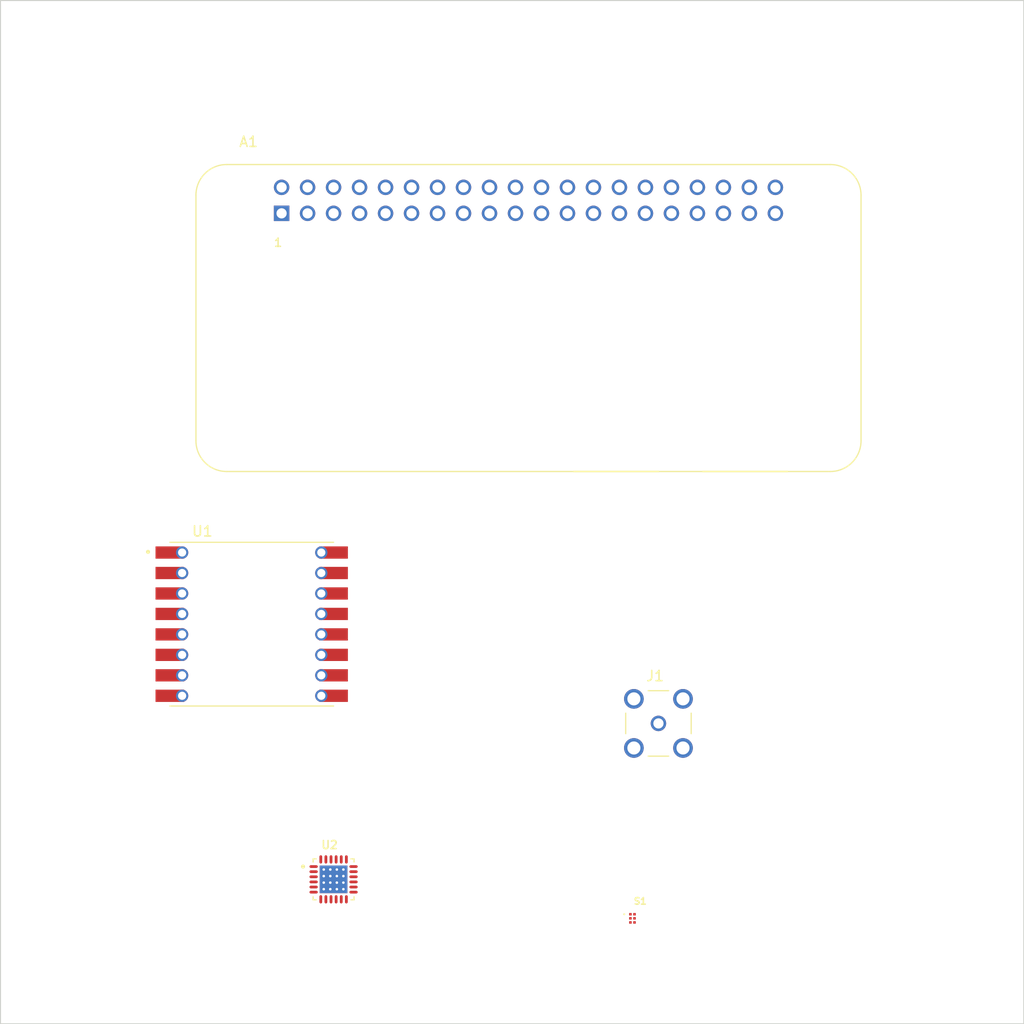
<source format=kicad_pcb>
(kicad_pcb (version 20211014) (generator pcbnew)
  (layers (0 "F.Cu" mixed) (1 "In1.Cu" power) (2 "In2.Cu" power) (31 "B.Cu" power) (34 "B.Paste" user) (35 "F.Paste" user) (36 "B.SilkS" user "B.Silkscreen") (37 "F.SilkS" user "F.Silkscreen") (38 "B.Mask" user) (39 "F.Mask" user) (44 "Edge.Cuts" user))
  (net 0 "")
  (net 1 "+3.3V")
  (net 2 "+5V")
  (net 5 "GND")
  (net 20 "RST")
  (net 21 "CS")
  (net 22 "SCLK")
  (net 23 "MISO")
  (net 24 "MOSI")
  (net 25 "ANT")
  (net 26 "RF")
  (net 27 "SWCH")
  (net 28 "AMP")
  (net 29 "DIO0")
  (net 30 "DIO1")
  (net 31 "DIO3")
  (net 32 "DIO2")
  (net 33 "DIO4")
  (net 34 "DIO5")
  (net 35 "Net-(U2-Pad10)")
  (net 37 "Net-(U2-Pad4)")
  (net 38 "Net-(U2-Pad14)")
  (net 40 "Net-(U2-Pad25)")
  (footprint "RFM98W-433S2:XCVR_RFM98W-433S2" (layer "F.Cu") (at 74.55 110.95)
    (fp_text reference "U1" (at -4.825 -9.075) (layer "F.SilkS"))
    (fp_text value "RFM98W")
    (fp_line (start 8 8) (end -8 8) (layer "F.SilkS") (width 0.127))
    (fp_line (start -8 -8) (end 8 -8) (layer "F.SilkS") (width 0.127))
    (fp_circle (center -10.135 -7.065) (end -10.035 -7.065) (layer "F.SilkS") (width 0.2) (fill none))
    (pad "1" smd rect locked (at -8 -7) (size 2.8 1.2) (layers "F.Cu" "F.Paste" "F.Mask") (net 5 "GND"))
    (pad "1_1" thru_hole circle locked (at -6.8 -7) (size 1.2 1.2) (drill 0.8) (layers *.Cu *.Mask))
    (pad "2" smd rect locked (at -8 -5) (size 2.8 1.2) (layers "F.Cu" "F.Paste" "F.Mask") (net 23 "MISO"))
    (pad "2_1" thru_hole circle locked (at -6.8 -5) (size 1.2 1.2) (drill 0.8) (layers *.Cu *.Mask))
    (pad "3" smd rect locked (at -8 -3) (size 2.8 1.2) (layers "F.Cu" "F.Paste" "F.Mask") (net 24 "MOSI"))
    (pad "3_1" thru_hole circle locked (at -6.8 -3) (size 1.2 1.2) (drill 0.8) (layers *.Cu *.Mask))
    (pad "4" smd rect locked (at -8 -1) (size 2.8 1.2) (layers "F.Cu" "F.Paste" "F.Mask") (net 22 "SCLK"))
    (pad "4_1" thru_hole circle locked (at -6.8 -1) (size 1.2 1.2) (drill 0.8) (layers *.Cu *.Mask))
    (pad "5" smd rect locked (at -8 1) (size 2.8 1.2) (layers "F.Cu" "F.Paste" "F.Mask") (net 21 "CS"))
    (pad "5_1" thru_hole circle locked (at -6.8 1) (size 1.2 1.2) (drill 0.8) (layers *.Cu *.Mask))
    (pad "6" smd rect locked (at -8 3) (size 2.8 1.2) (layers "F.Cu" "F.Paste" "F.Mask") (net 20 "RST"))
    (pad "6_1" thru_hole circle locked (at -6.8 3) (size 1.2 1.2) (drill 0.8) (layers *.Cu *.Mask))
    (pad "7" smd rect locked (at -8 5) (size 2.8 1.2) (layers "F.Cu" "F.Paste" "F.Mask") (net 34 "DIO5"))
    (pad "7_1" thru_hole circle locked (at -6.8 5) (size 1.2 1.2) (drill 0.8) (layers *.Cu *.Mask))
    (pad "8" smd rect locked (at -8 7) (size 2.8 1.2) (layers "F.Cu" "F.Paste" "F.Mask") (net 5 "GND"))
    (pad "8_1" thru_hole circle locked (at -6.8 7) (size 1.2 1.2) (drill 0.8) (layers *.Cu *.Mask))
    (pad "9" smd rect locked (at 8 7) (size 2.8 1.2) (layers "F.Cu" "F.Paste" "F.Mask") (net 26 "RF"))
    (pad "9_1" thru_hole circle locked (at 6.8 7) (size 1.2 1.2) (drill 0.8) (layers *.Cu *.Mask))
    (pad "10" smd rect locked (at 8 5) (size 2.8 1.2) (layers "F.Cu" "F.Paste" "F.Mask") (net 5 "GND"))
    (pad "10_1" thru_hole circle locked (at 6.8 5) (size 1.2 1.2) (drill 0.8) (layers *.Cu *.Mask))
    (pad "11" smd rect locked (at 8 3) (size 2.8 1.2) (layers "F.Cu" "F.Paste" "F.Mask") (net 31 "DIO3"))
    (pad "11_1" thru_hole circle locked (at 6.8 3) (size 1.2 1.2) (drill 0.8) (layers *.Cu *.Mask))
    (pad "12" smd rect locked (at 8 1) (size 2.8 1.2) (layers "F.Cu" "F.Paste" "F.Mask") (net 33 "DIO4"))
    (pad "12_1" thru_hole circle locked (at 6.8 1) (size 1.2 1.2) (drill 0.8) (layers *.Cu *.Mask))
    (pad "13" smd rect locked (at 8 -1) (size 2.8 1.2) (layers "F.Cu" "F.Paste" "F.Mask") (net 1 "+3.3V"))
    (pad "13_1" thru_hole circle locked (at 6.8 -1) (size 1.2 1.2) (drill 0.8) (layers *.Cu *.Mask))
    (pad "14" smd rect locked (at 8 -3) (size 2.8 1.2) (layers "F.Cu" "F.Paste" "F.Mask") (net 29 "DIO0"))
    (pad "14_1" thru_hole circle locked (at 6.8 -3) (size 1.2 1.2) (drill 0.8) (layers *.Cu *.Mask))
    (pad "15" smd rect locked (at 8 -5) (size 2.8 1.2) (layers "F.Cu" "F.Paste" "F.Mask") (net 30 "DIO1"))
    (pad "15_1" thru_hole circle locked (at 6.8 -5) (size 1.2 1.2) (drill 0.8) (layers *.Cu *.Mask))
    (pad "16" smd rect locked (at 8 -7) (size 2.8 1.2) (layers "F.Cu" "F.Paste" "F.Mask") (net 32 "DIO2"))
    (pad "16_1" thru_hole circle locked (at 6.8 -7) (size 1.2 1.2) (drill 0.8) (layers *.Cu *.Mask))
  )
  (footprint "SMA_CONNECTOR:LPRS_SMA_CONNECTOR" (layer "F.Cu") (at 114.3 120.65)
    (fp_text reference "J1" (at -0.325 -4.635) (layer "F.SilkS"))
    (fp_text value "SMA_CONNECTOR")
    (fp_line (start -1 -3.2) (end 1 -3.2) (layer "F.SilkS") (width 0.127))
    (fp_line (start 3.2 -1) (end 3.2 1) (layer "F.SilkS") (width 0.127))
    (fp_line (start 1 3.2) (end -1 3.2) (layer "F.SilkS") (width 0.127))
    (fp_line (start -3.2 1) (end -3.2 -1) (layer "F.SilkS") (width 0.127))
    (pad "1" thru_hole circle locked (at 0 0) (size 1.508 1.508) (drill 1) (layers *.Cu *.Mask) (net 25 "ANT"))
    (pad "G1" thru_hole circle locked (at -2.4 -2.4) (size 1.92 1.92) (drill 1.28) (layers *.Cu *.Mask) (net 5 "GND"))
    (pad "G2" thru_hole circle locked (at -2.4 2.4) (size 1.92 1.92) (drill 1.28) (layers *.Cu *.Mask) (net 5 "GND"))
    (pad "G3" thru_hole circle locked (at 2.4 2.4) (size 1.92 1.92) (drill 1.28) (layers *.Cu *.Mask) (net 5 "GND"))
    (pad "G4" thru_hole circle locked (at 2.4 -2.4) (size 1.92 1.92) (drill 1.28) (layers *.Cu *.Mask) (net 5 "GND"))
  )
  (footprint "TQP7M9106:QFN50P400X400X90-25N" (layer "F.Cu") (at 82.55 135.89)
    (fp_text reference "U2" (at -0.39 -3.365) (layer "F.SilkS") (effects (font (size 0.787402 0.787402))))
    (fp_text value "TQP7M9106")
    (fp_line (start -2 -2) (end -1.7 -2) (layer "F.SilkS") (width 0.127))
    (fp_line (start 2 2) (end 1.7 2) (layer "F.SilkS") (width 0.127))
    (fp_line (start -2 -2) (end -2 -1.7) (layer "F.SilkS") (width 0.127))
    (fp_line (start 2 -2) (end 2 -1.7) (layer "F.SilkS") (width 0.127))
    (fp_line (start -2 2) (end -1.7 2) (layer "F.SilkS") (width 0.127))
    (fp_line (start -2 2) (end -2 1.7) (layer "F.SilkS") (width 0.127))
    (fp_line (start 2 2) (end 2 1.7) (layer "F.SilkS") (width 0.127))
    (fp_line (start 2 -2) (end 1.7 -2) (layer "F.SilkS") (width 0.127))
    (fp_circle (center -2.985 -1.25) (end -2.885 -1.25) (layer "F.SilkS") (width 0.2) (fill none))
    (pad "1" smd oval locked (at -1.95 -1.25) (size 0.81 0.27) (layers "F.Cu" "F.Paste" "F.Mask"))
    (pad "2" smd oval locked (at -1.95 -0.75) (size 0.81 0.27) (layers "F.Cu" "F.Paste" "F.Mask") (net 35 "Net-(U2-Pad10)"))
    (pad "3" smd oval locked (at -1.95 -0.25) (size 0.81 0.27) (layers "F.Cu" "F.Paste" "F.Mask") (net 35 "Net-(U2-Pad10)"))
    (pad "4" smd oval locked (at -1.95 0.25) (size 0.81 0.27) (layers "F.Cu" "F.Paste" "F.Mask") (net 37 "Net-(U2-Pad4)"))
    (pad "5" smd oval locked (at -1.95 0.75) (size 0.81 0.27) (layers "F.Cu" "F.Paste" "F.Mask") (net 37 "Net-(U2-Pad4)"))
    (pad "6" smd oval locked (at -1.95 1.25) (size 0.81 0.27) (layers "F.Cu" "F.Paste" "F.Mask") (net 35 "Net-(U2-Pad10)"))
    (pad "7" smd oval locked (at -1.25 1.95) (size 0.27 0.81) (layers "F.Cu" "F.Paste" "F.Mask") (net 35 "Net-(U2-Pad10)"))
    (pad "8" smd oval locked (at -0.75 1.95) (size 0.27 0.81) (layers "F.Cu" "F.Paste" "F.Mask") (net 35 "Net-(U2-Pad10)"))
    (pad "9" smd oval locked (at -0.25 1.95) (size 0.27 0.81) (layers "F.Cu" "F.Paste" "F.Mask") (net 35 "Net-(U2-Pad10)"))
    (pad "10" smd oval locked (at 0.25 1.95) (size 0.27 0.81) (layers "F.Cu" "F.Paste" "F.Mask") (net 35 "Net-(U2-Pad10)"))
    (pad "11" smd oval locked (at 0.75 1.95) (size 0.27 0.81) (layers "F.Cu" "F.Paste" "F.Mask") (net 35 "Net-(U2-Pad10)"))
    (pad "12" smd oval locked (at 1.25 1.95) (size 0.27 0.81) (layers "F.Cu" "F.Paste" "F.Mask") (net 35 "Net-(U2-Pad10)"))
    (pad "13" smd oval locked (at 1.95 1.25) (size 0.81 0.27) (layers "F.Cu" "F.Paste" "F.Mask") (net 35 "Net-(U2-Pad10)"))
    (pad "14" smd oval locked (at 1.95 0.75) (size 0.81 0.27) (layers "F.Cu" "F.Paste" "F.Mask") (net 38 "Net-(U2-Pad14)"))
    (pad "15" smd oval locked (at 1.95 0.25) (size 0.81 0.27) (layers "F.Cu" "F.Paste" "F.Mask") (net 38 "Net-(U2-Pad14)"))
    (pad "16" smd oval locked (at 1.95 -0.25) (size 0.81 0.27) (layers "F.Cu" "F.Paste" "F.Mask") (net 38 "Net-(U2-Pad14)"))
    (pad "17" smd oval locked (at 1.95 -0.75) (size 0.81 0.27) (layers "F.Cu" "F.Paste" "F.Mask") (net 35 "Net-(U2-Pad10)"))
    (pad "18" smd oval locked (at 1.95 -1.25) (size 0.81 0.27) (layers "F.Cu" "F.Paste" "F.Mask"))
    (pad "19" smd oval locked (at 1.25 -1.95) (size 0.27 0.81) (layers "F.Cu" "F.Paste" "F.Mask") (net 35 "Net-(U2-Pad10)"))
    (pad "20" smd oval locked (at 0.75 -1.95) (size 0.27 0.81) (layers "F.Cu" "F.Paste" "F.Mask") (net 35 "Net-(U2-Pad10)"))
    (pad "21" smd oval locked (at 0.25 -1.95) (size 0.27 0.81) (layers "F.Cu" "F.Paste" "F.Mask") (net 35 "Net-(U2-Pad10)"))
    (pad "22" smd oval locked (at -0.25 -1.95) (size 0.27 0.81) (layers "F.Cu" "F.Paste" "F.Mask") (net 35 "Net-(U2-Pad10)"))
    (pad "23" smd oval locked (at -0.75 -1.95) (size 0.27 0.81) (layers "F.Cu" "F.Paste" "F.Mask") (net 35 "Net-(U2-Pad10)"))
    (pad "24" smd oval locked (at -1.25 -1.95) (size 0.27 0.81) (layers "F.Cu" "F.Paste" "F.Mask") (net 35 "Net-(U2-Pad10)"))
    (pad "25" smd rect locked (at 0 0) (size 2.7 2.7) (layers "F.Cu" "F.Mask") (net 40 "Net-(U2-Pad25)"))
    (pad "26" smd rect locked (at 0 0) (size 2.7 2.7) (layers "B.Cu" "B.Mask") (net 40 "Net-(U2-Pad25)"))
    (pad "27" thru_hole circle locked (at -0.96 -0.96) (size 0.35 0.35) (drill 0.25) (layers *.Cu))
    (pad "28" thru_hole circle locked (at -0.32 -0.96) (size 0.35 0.35) (drill 0.25) (layers *.Cu))
    (pad "29" thru_hole circle locked (at 0.32 -0.96) (size 0.35 0.35) (drill 0.25) (layers *.Cu))
    (pad "30" thru_hole circle locked (at 0.96 -0.96) (size 0.35 0.35) (drill 0.25) (layers *.Cu))
    (pad "31" thru_hole circle locked (at -0.96 -0.32) (size 0.35 0.35) (drill 0.25) (layers *.Cu))
    (pad "32" thru_hole circle locked (at -0.32 -0.32) (size 0.35 0.35) (drill 0.25) (layers *.Cu))
    (pad "33" thru_hole circle locked (at 0.32 -0.32) (size 0.35 0.35) (drill 0.25) (layers *.Cu))
    (pad "34" thru_hole circle locked (at 0.96 -0.32) (size 0.35 0.35) (drill 0.25) (layers *.Cu))
    (pad "35" thru_hole circle locked (at -0.96 0.32) (size 0.35 0.35) (drill 0.25) (layers *.Cu))
    (pad "36" thru_hole circle locked (at -0.32 0.32) (size 0.35 0.35) (drill 0.25) (layers *.Cu))
    (pad "37" thru_hole circle locked (at 0.32 0.32) (size 0.35 0.35) (drill 0.25) (layers *.Cu))
    (pad "38" thru_hole circle locked (at 0.96 0.32) (size 0.35 0.35) (drill 0.25) (layers *.Cu))
    (pad "39" thru_hole circle locked (at -0.96 0.96) (size 0.35 0.35) (drill 0.25) (layers *.Cu))
    (pad "40" thru_hole circle locked (at -0.32 0.96) (size 0.35 0.35) (drill 0.25) (layers *.Cu))
    (pad "41" thru_hole circle locked (at 0.32 0.96) (size 0.35 0.35) (drill 0.25) (layers *.Cu))
    (pad "42" thru_hole circle locked (at 0.96 0.96) (size 0.35 0.35) (drill 0.25) (layers *.Cu))
  )
  (footprint "ADA3708:ADA3708_RPI-ZERO" (layer "F.Cu") (at 101.6 69.53)
    (fp_text reference "A1" (at -27.3566 -5.72581) (layer "F.SilkS") (effects (font (size 1.00189 1.00189))))
    (fp_text value "Raspberry Pi Zero")
    (fp_text user "1" (at -24.4727 4.13175) (layer "F.SilkS") (effects (font (size 0.800827 0.800827))))
    (fp_line (start -29.5 26.5) (end 29.5 26.5) (layer "F.SilkS") (width 0.127))
    (fp_line (start 17 26.5) (end 25.35 26.5) (layer "F.SilkS") (width 0.127))
    (fp_line (start 32.5 23.5) (end 32.5 -0.5) (layer "F.SilkS") (width 0.127))
    (fp_line (start 4.4 26.5) (end 12.75 26.5) (layer "F.SilkS") (width 0.127))
    (fp_line (start 29.5 -3.5) (end -29.5 -3.5) (layer "F.SilkS") (width 0.127))
    (fp_line (start -32.5 -0.5) (end -32.5 23.5) (layer "F.SilkS") (width 0.127))
    (fp_arc (start 29.5 -3.5) (mid 31.62132 -2.62132) (end 32.5 -0.5) (layer "F.SilkS") (width 0.127))
    (fp_arc (start -29.5 26.5) (mid -31.62132 25.62132) (end -32.5 23.5) (layer "F.SilkS") (width 0.127))
    (fp_arc (start 32.5 23.5) (mid 31.62132 25.62132) (end 29.5 26.5) (layer "F.SilkS") (width 0.127))
    (fp_arc (start -32.5 -0.5) (mid -31.62132 -2.62132) (end -29.5 -3.5) (layer "F.SilkS") (width 0.127))
    (pad "" np_thru_hole circle locked (at 29 0) (size 2.75 2.75) (drill 2.75) (layers *.Cu *.Mask))
    (pad "" np_thru_hole circle locked (at -29 0) (size 2.75 2.75) (drill 2.75) (layers *.Cu *.Mask))
    (pad "" np_thru_hole circle locked (at -29 23) (size 2.75 2.75) (drill 2.75) (layers *.Cu *.Mask))
    (pad "" np_thru_hole circle locked (at 29 23) (size 2.75 2.75) (drill 2.75) (layers *.Cu *.Mask))
    (pad "1" thru_hole rect locked (at -24.13 1.27) (size 1.508 1.508) (drill 1) (layers *.Cu *.Mask) (net 1 "+3.3V"))
    (pad "2" thru_hole circle locked (at -24.13 -1.27) (size 1.508 1.508) (drill 1) (layers *.Cu *.Mask) (net 2 "+5V"))
    (pad "3" thru_hole circle locked (at -21.59 1.27) (size 1.508 1.508) (drill 1) (layers *.Cu *.Mask))
    (pad "4" thru_hole circle locked (at -21.59 -1.27) (size 1.508 1.508) (drill 1) (layers *.Cu *.Mask) (net 2 "+5V"))
    (pad "5" thru_hole circle locked (at -19.05 1.27) (size 1.508 1.508) (drill 1) (layers *.Cu *.Mask))
    (pad "6" thru_hole circle locked (at -19.05 -1.27) (size 1.508 1.508) (drill 1) (layers *.Cu *.Mask) (net 5 "GND"))
    (pad "7" thru_hole circle locked (at -16.51 1.27) (size 1.508 1.508) (drill 1) (layers *.Cu *.Mask))
    (pad "8" thru_hole circle locked (at -16.51 -1.27) (size 1.508 1.508) (drill 1) (layers *.Cu *.Mask))
    (pad "9" thru_hole circle locked (at -13.97 1.27) (size 1.508 1.508) (drill 1) (layers *.Cu *.Mask) (net 5 "GND"))
    (pad "10" thru_hole circle locked (at -13.97 -1.27) (size 1.508 1.508) (drill 1) (layers *.Cu *.Mask))
    (pad "11" thru_hole circle locked (at -11.43 1.27) (size 1.508 1.508) (drill 1) (layers *.Cu *.Mask) (net 20 "RST"))
    (pad "12" thru_hole circle locked (at -11.43 -1.27) (size 1.508 1.508) (drill 1) (layers *.Cu *.Mask))
    (pad "13" thru_hole circle locked (at -8.89 1.27) (size 1.508 1.508) (drill 1) (layers *.Cu *.Mask) (net 27 "SWCH"))
    (pad "14" thru_hole circle locked (at -8.89 -1.27) (size 1.508 1.508) (drill 1) (layers *.Cu *.Mask) (net 5 "GND"))
    (pad "15" thru_hole circle locked (at -6.35 1.27) (size 1.508 1.508) (drill 1) (layers *.Cu *.Mask))
    (pad "16" thru_hole circle locked (at -6.35 -1.27) (size 1.508 1.508) (drill 1) (layers *.Cu *.Mask))
    (pad "17" thru_hole circle locked (at -3.81 1.27) (size 1.508 1.508) (drill 1) (layers *.Cu *.Mask) (net 1 "+3.3V"))
    (pad "18" thru_hole circle locked (at -3.81 -1.27) (size 1.508 1.508) (drill 1) (layers *.Cu *.Mask))
    (pad "19" thru_hole circle locked (at -1.27 1.27) (size 1.508 1.508) (drill 1) (layers *.Cu *.Mask) (net 24 "MOSI"))
    (pad "20" thru_hole circle locked (at -1.27 -1.27) (size 1.508 1.508) (drill 1) (layers *.Cu *.Mask) (net 5 "GND"))
    (pad "21" thru_hole circle locked (at 1.27 1.27) (size 1.508 1.508) (drill 1) (layers *.Cu *.Mask) (net 23 "MISO"))
    (pad "22" thru_hole circle locked (at 1.27 -1.27) (size 1.508 1.508) (drill 1) (layers *.Cu *.Mask))
    (pad "23" thru_hole circle locked (at 3.81 1.27) (size 1.508 1.508) (drill 1) (layers *.Cu *.Mask) (net 22 "SCLK"))
    (pad "24" thru_hole circle locked (at 3.81 -1.27) (size 1.508 1.508) (drill 1) (layers *.Cu *.Mask) (net 21 "CS"))
    (pad "25" thru_hole circle locked (at 6.35 1.27) (size 1.508 1.508) (drill 1) (layers *.Cu *.Mask) (net 5 "GND"))
    (pad "26" thru_hole circle locked (at 6.35 -1.27) (size 1.508 1.508) (drill 1) (layers *.Cu *.Mask))
    (pad "27" thru_hole circle locked (at 8.89 1.27) (size 1.508 1.508) (drill 1) (layers *.Cu *.Mask))
    (pad "28" thru_hole circle locked (at 8.89 -1.27) (size 1.508 1.508) (drill 1) (layers *.Cu *.Mask))
    (pad "29" thru_hole circle locked (at 11.43 1.27) (size 1.508 1.508) (drill 1) (layers *.Cu *.Mask))
    (pad "30" thru_hole circle locked (at 11.43 -1.27) (size 1.508 1.508) (drill 1) (layers *.Cu *.Mask) (net 5 "GND"))
    (pad "31" thru_hole circle locked (at 13.97 1.27) (size 1.508 1.508) (drill 1) (layers *.Cu *.Mask))
    (pad "32" thru_hole circle locked (at 13.97 -1.27) (size 1.508 1.508) (drill 1) (layers *.Cu *.Mask))
    (pad "33" thru_hole circle locked (at 16.51 1.27) (size 1.508 1.508) (drill 1) (layers *.Cu *.Mask) (net 29 "DIO0"))
    (pad "34" thru_hole circle locked (at 16.51 -1.27) (size 1.508 1.508) (drill 1) (layers *.Cu *.Mask) (net 5 "GND"))
    (pad "35" thru_hole circle locked (at 19.05 1.27) (size 1.508 1.508) (drill 1) (layers *.Cu *.Mask) (net 30 "DIO1"))
    (pad "36" thru_hole circle locked (at 19.05 -1.27) (size 1.508 1.508) (drill 1) (layers *.Cu *.Mask) (net 31 "DIO3"))
    (pad "37" thru_hole circle locked (at 21.59 1.27) (size 1.508 1.508) (drill 1) (layers *.Cu *.Mask) (net 32 "DIO2"))
    (pad "38" thru_hole circle locked (at 21.59 -1.27) (size 1.508 1.508) (drill 1) (layers *.Cu *.Mask) (net 33 "DIO4"))
    (pad "39" thru_hole circle locked (at 24.13 1.27) (size 1.508 1.508) (drill 1) (layers *.Cu *.Mask) (net 5 "GND"))
    (pad "40" thru_hole circle locked (at 24.13 -1.27) (size 1.508 1.508) (drill 1) (layers *.Cu *.Mask) (net 34 "DIO5"))
  )
  (footprint "BGS12P2L6E6327XTSA1:SW_BGS12P2L6E6327XTSA1" (layer "F.Cu") (at 111.76 139.7)
    (fp_text reference "S1" (at 0.762 -1.6764) (layer "F.SilkS") (effects (font (size 0.64 0.64))))
    (fp_text value "BGS12P2L6E6327XTSA1")
    (fp_circle (center -0.8 -0.4) (end -0.75 -0.4) (layer "F.SilkS") (width 0.1) (fill none))
    (pad "1" smd rect locked (at -0.2 -0.4 90) (size 0.25 0.25) (layers "F.Cu") (net 28 "AMP"))
    (pad "2" smd rect locked (at -0.2 0 90) (size 0.25 0.25) (layers "F.Cu") (net 5 "GND"))
    (pad "3" smd rect locked (at -0.2 0.4 90) (size 0.25 0.25) (layers "F.Cu") (net 25 "ANT"))
    (pad "4" smd rect locked (at 0.2 0.4 90) (size 0.25 0.25) (layers "F.Cu") (net 1 "+3.3V"))
    (pad "5" smd rect locked (at 0.2 0 90) (size 0.25 0.25) (layers "F.Cu") (net 26 "RF"))
    (pad "6" smd rect locked (at 0.2 -0.4 90) (size 0.25 0.25) (layers "F.Cu") (net 27 "SWCH"))
  )
  (gr_rect locked (start 50 50) (end 150 150) (layer "Edge.Cuts") (width 0.1) (fill none))
)
</source>
